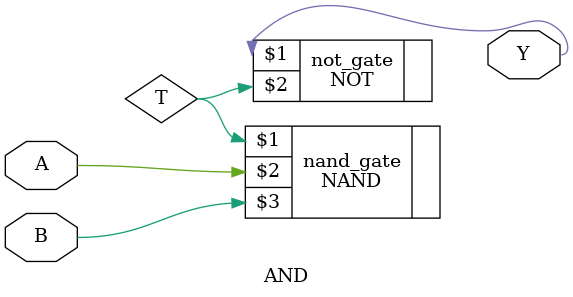
<source format=v>
`include "not.v"

module AND (
    output Y,
    input A, B
);

    wire T;
    NAND nand_gate(T, A, B);
    NOT not_gate(Y, T);

endmodule
</source>
